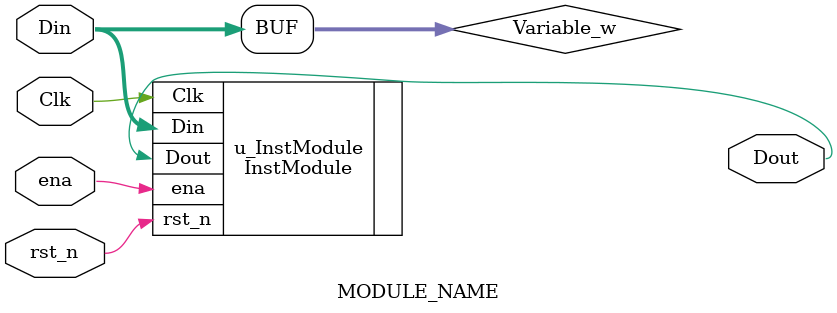
<source format=v>
`timescale 1ns / 1ps
module MODULE_NAME #(                                               //[模块名对应文件名大写]
    //---------------------------------------< Parameter >----------------------------------------------
    parameter                           N  = 2                      // N bits   //[位宽通过变量来设定][变量大写]

) (
    //---------------------------------------< Port Name >----------------------------------------------
    // INPUTS
    input                               Clk                        ,// clock            - posedge active    //[时钟/控制信号标明什么有效]
    input                               rst_n                      ,// sequential reset - negedge active
    input                               ena                        ,// enable           - high active
    input              [N-1:0]          Din                        ,// data in 

    // OUTPUTS        
    output reg                          Dout                        // data out

);
    //---------------------------------------< Variable >-----------------------------------------------
    // wire
    wire               [N-1:0]          Variable_w                 ;
    
    // reg
    reg                [N-1:0]          Variable_r                 ;

    //---------------------------------------< Always block >-------------------------------------------
    // Combinational logic  
    //[写明功能]
    always @(*) begin

    end

    // Sequential logic
    //[写明功能]
    always @(posedge Clk) begin //[使用同步复位]
        if(!rst_n)begin
            
        end
        else begin
            
        end
    end

    //---------------------------------------< Function Block >-----------------------------------------
    // Function 1
    function [N:0] functionName;
    input              [N-1:0]          functionInput              ;
    reg                [N:0]            functionVariable           ;    
        begin

            functionName = functionVariable;
        end
    endfunction

    //---------------------------------------< Assign >-------------------------------------------------
    // Assign 1
    assign Variable_w = Din;

    //---------------------------------------< Instance >-----------------------------------------------
    // Instance 1
    InstModule #(
    .N                                 (N                         ) 
    )
    u_InstModule (
    .Clk                               (Clk                       ),
    .rst_n                             (rst_n                     ),
    .ena                               (ena                       ),
    .Din                               (Din                       ),

    .Dout                              (Dout                      ) 
    );

    
endmodule

</source>
